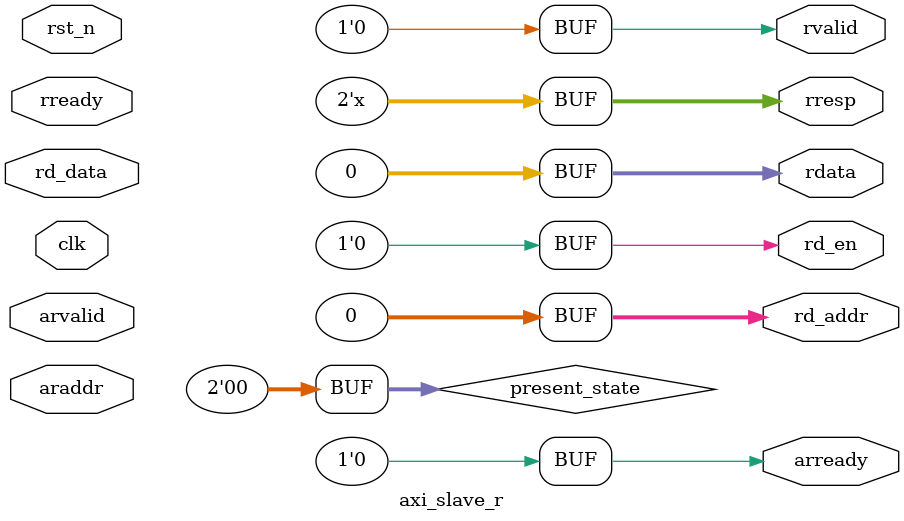
<source format=v>
module axi_slave_r (clk, rst_n, arvalid, araddr, arready, rvalid, rdata, rresp, rready, rd_en, rd_addr, rd_data);
	
	input wire clk;
	input wire rst_n;	
	input wire arvalid;
	input wire [31:0] araddr;
	output reg arready;
	
	output reg rd_en;
	output reg [31:0] rd_addr;
	input wire [31:0] rd_data;

	output reg rvalid; 
	output reg [31:0] rdata;
	output reg [1:0] rresp;
	input wire rready;

 	localparam [1:0] idle = 2'b00;
 	localparam [1:0] r_addr_phase = 2'b01;
 	localparam [1:0] r_data_phase = 2'b10;

	reg [1:0] present_state, next_state;

//present state logic
	always@(posedge clk or negedge rst_n) begin
	 	if(!rst_n) begin
		present_state <= idle;
		end else begin
		present_state <= next_state;
	 	end
	end

//state transition logic
	always@(*) begin
		case(present_state)
			idle: begin
			if(arvalid) begin
				next_state = r_addr_phase;
			end else begin
				next_state = idle;
			end
			end
			
	
			r_addr_phase: begin
				if(arvalid && arready) begin
				next_state = r_data_phase;
				end else begin
				next_state = r_addr_phase;
			end
			end
			

			r_data_phase: begin
				if(rvalid && rready) begin
				next_state = idle;
				end else begin 
				next_state = r_data_phase;
			end
			end
		default:next_state = idle; 
	endcase
end

//output logic 
	always@(*) begin
		//default case
		arready = 0;
		rvalid = 0;
		rdata = 0;
		rd_en = 0;
		rd_addr = 0;
			
		case(present_state)
			idle: begin
			//stay in default state
			arready = 0;
			rvalid = 0;
			rdata = 0;
			rd_en = 0;
			rd_addr = 0;
			end
			
			r_addr_phase: begin
			arready = 1;
			rd_en = 1;
			rd_addr = araddr;
			end

			r_data_phase: begin
			rvalid = 1;
			if(rready) begin
			rdata = rd_data;
			rresp = 2'b00;
			end
			end
		default:present_state = idle;	
		endcase
	end

endmodule 	

</source>
